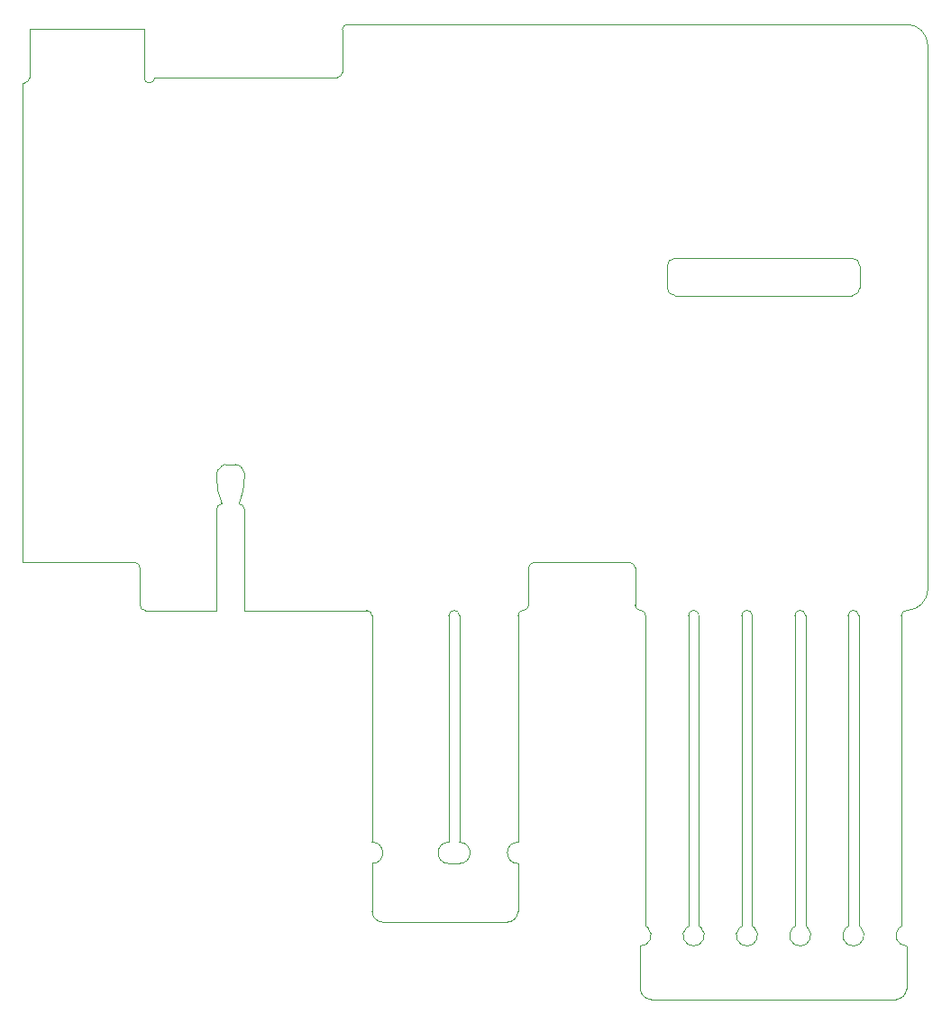
<source format=gm1>
%TF.GenerationSoftware,KiCad,Pcbnew,8.0.2*%
%TF.CreationDate,2024-05-28T21:16:19+01:00*%
%TF.ProjectId,RMC,524d432e-6b69-4636-9164-5f7063625858,rev?*%
%TF.SameCoordinates,Original*%
%TF.FileFunction,Profile,NP*%
%FSLAX46Y46*%
G04 Gerber Fmt 4.6, Leading zero omitted, Abs format (unit mm)*
G04 Created by KiCad (PCBNEW 8.0.2) date 2024-05-28 21:16:19*
%MOMM*%
%LPD*%
G01*
G04 APERTURE LIST*
%TA.AperFunction,Profile*%
%ADD10C,0.050000*%
%TD*%
G04 APERTURE END LIST*
D10*
X172500000Y-155500000D02*
G75*
G02*
X173500000Y-155500000I500000J0D01*
G01*
X147500000Y-154500000D02*
G75*
G02*
X147000000Y-155000000I-500000J0D01*
G01*
X140000000Y-157000000D02*
X140000000Y-155500000D01*
X157500000Y-151000000D02*
X157500000Y-154500000D01*
X167500000Y-155500000D02*
G75*
G02*
X168500000Y-155500000I500000J0D01*
G01*
X162500000Y-155500000D02*
G75*
G02*
X163500000Y-155500000I500000J0D01*
G01*
X168500000Y-155500000D02*
X168500000Y-159175000D01*
X111500000Y-155000000D02*
G75*
G02*
X111000000Y-154500000I0J500000D01*
G01*
X147500000Y-151000000D02*
G75*
G02*
X148000000Y-150500000I500000J0D01*
G01*
X157000000Y-150500000D02*
G75*
G02*
X157500000Y-151000000I0J-500000D01*
G01*
X130000000Y-100500000D02*
G75*
G02*
X130500000Y-100000000I500000J0D01*
G01*
X162500000Y-155500000D02*
X162500000Y-156975000D01*
X111000000Y-151000000D02*
X111000000Y-154500000D01*
X146500000Y-157000000D02*
X146500000Y-155500000D01*
X100114978Y-105500000D02*
X100000000Y-105500000D01*
X111500000Y-155000000D02*
X118200000Y-155000000D01*
X140000000Y-155500000D02*
G75*
G02*
X141000000Y-155500000I500000J0D01*
G01*
X147500000Y-151000000D02*
X147500000Y-154500000D01*
X185000000Y-102000000D02*
X185000000Y-153000000D01*
X158500000Y-155500000D02*
X158500000Y-156975000D01*
X117000000Y-105000000D02*
X112385022Y-105000000D01*
X172500000Y-155500000D02*
X172500000Y-159175000D01*
X158000000Y-155000000D02*
G75*
G02*
X158500000Y-155500000I0J-500000D01*
G01*
X183000000Y-100000000D02*
G75*
G02*
X185000000Y-102000000I0J-2000000D01*
G01*
X132300000Y-155000000D02*
G75*
G02*
X132800000Y-155500000I0J-500000D01*
G01*
X178500000Y-155500000D02*
X178500000Y-159175000D01*
X141000000Y-157000000D02*
X141000000Y-155500000D01*
X120500000Y-105000000D02*
X117000000Y-105000000D01*
X100614978Y-105000000D02*
G75*
G02*
X100114978Y-105499978I-499978J0D01*
G01*
X132300000Y-155000000D02*
X120800000Y-155000000D01*
X163500000Y-155500000D02*
X163500000Y-159175000D01*
X110500000Y-150500000D02*
G75*
G02*
X111000000Y-151000000I0J-500000D01*
G01*
X185000000Y-153000000D02*
G75*
G02*
X183000000Y-155000000I-2000000J0D01*
G01*
X100000000Y-150500000D02*
X100000000Y-105500000D01*
X173500000Y-155500000D02*
X173500000Y-159175000D01*
X177500000Y-155500000D02*
G75*
G02*
X178500000Y-155500000I500000J0D01*
G01*
X182000000Y-191500000D02*
X159000000Y-191500000D01*
X146500000Y-155500000D02*
G75*
G02*
X147000000Y-155000000I500000J0D01*
G01*
X182500000Y-155500000D02*
X182500000Y-159175000D01*
X112385022Y-105000000D02*
G75*
G02*
X111385022Y-105000000I-500000J0D01*
G01*
X130000000Y-104500000D02*
X130000000Y-100500000D01*
X132800000Y-157000000D02*
X132800000Y-155500000D01*
X158000000Y-155000000D02*
G75*
G02*
X157500000Y-154500000I0J500000D01*
G01*
X177500000Y-155500000D02*
X177500000Y-159175000D01*
X167500000Y-155500000D02*
X167500000Y-159175000D01*
X182500000Y-155500000D02*
G75*
G02*
X183000000Y-155000000I500000J0D01*
G01*
X101500000Y-150500000D02*
X100000000Y-150500000D01*
X130500000Y-100000000D02*
X183000000Y-100000000D01*
X130000000Y-104500000D02*
G75*
G02*
X129500000Y-105000000I-500000J0D01*
G01*
%TO.C,J8*%
X158000000Y-190500000D02*
X158000000Y-186500000D01*
X158500000Y-159300000D02*
X158500000Y-156975000D01*
X158500000Y-184575000D02*
X158500000Y-159300000D01*
X158707107Y-184792893D02*
X158500000Y-184575000D01*
X162500000Y-159300000D02*
X162500000Y-156975000D01*
X162500000Y-159300000D02*
X162500000Y-184575000D01*
X162500000Y-184575000D02*
X162292893Y-184792893D01*
X163500000Y-161500000D02*
X163500000Y-159175000D01*
X163500000Y-184575000D02*
X163500000Y-161500000D01*
X163707107Y-184792893D02*
X163500000Y-184575000D01*
X167500000Y-161500000D02*
X167500000Y-159175000D01*
X167500000Y-161500000D02*
X167500000Y-184575000D01*
X167500000Y-184575000D02*
X167292893Y-184792893D01*
X168500000Y-161500000D02*
X168500000Y-159175000D01*
X168500000Y-184575000D02*
X168500000Y-161500000D01*
X168707107Y-184792893D02*
X168500000Y-184575000D01*
X172500000Y-161500000D02*
X172500000Y-159175000D01*
X172500000Y-161500000D02*
X172500000Y-184575000D01*
X172500000Y-184575000D02*
X172292893Y-184792893D01*
X173500000Y-161500000D02*
X173500000Y-159175000D01*
X173500000Y-184575000D02*
X173500000Y-161500000D01*
X173707107Y-184792893D02*
X173500000Y-184575000D01*
X177500000Y-161500000D02*
X177500000Y-159175000D01*
X177500000Y-161500000D02*
X177500000Y-184575000D01*
X177500000Y-184575000D02*
X177292893Y-184792893D01*
X178500000Y-161500000D02*
X178500000Y-159175000D01*
X178500000Y-184575000D02*
X178500000Y-161500000D01*
X178707107Y-184792893D02*
X178500000Y-184575000D01*
X182500000Y-161500000D02*
X182500000Y-159175000D01*
X182500000Y-161500000D02*
X182500000Y-184575000D01*
X182500000Y-184575000D02*
X182292893Y-184792893D01*
X183000000Y-190500000D02*
X183000000Y-186500000D01*
X158707107Y-184792893D02*
G75*
G02*
X158000000Y-186500000I-707107J-707107D01*
G01*
X159000000Y-191500000D02*
G75*
G02*
X158000000Y-190500000I0J1000000D01*
G01*
X163000000Y-186500000D02*
G75*
G02*
X162292893Y-184792893I0J1000000D01*
G01*
X163707107Y-184792893D02*
G75*
G02*
X163000000Y-186500000I-707107J-707107D01*
G01*
X168000000Y-186500000D02*
G75*
G02*
X167292893Y-184792893I0J1000000D01*
G01*
X168707107Y-184792893D02*
G75*
G02*
X168000000Y-186500000I-707107J-707107D01*
G01*
X173000000Y-186500000D02*
G75*
G02*
X172292893Y-184792893I0J1000000D01*
G01*
X173707107Y-184792893D02*
G75*
G02*
X173000000Y-186500000I-707107J-707107D01*
G01*
X178000000Y-186500000D02*
G75*
G02*
X177292893Y-184792893I0J1000000D01*
G01*
X178707107Y-184792893D02*
G75*
G02*
X178000000Y-186500000I-707107J-707107D01*
G01*
X183000000Y-186500000D02*
G75*
G02*
X182292893Y-184792893I0J1000000D01*
G01*
X183000000Y-190500000D02*
G75*
G02*
X182000000Y-191500000I-999999J-1D01*
G01*
%TO.C,J6*%
X148000000Y-150500000D02*
X157000000Y-150500000D01*
%TO.C,J2*%
X129500000Y-105000000D02*
X120500000Y-105000000D01*
%TO.C,J5*%
X101500000Y-150500000D02*
X110500000Y-150500000D01*
%TO.C,J11*%
X118200000Y-142600000D02*
X118200000Y-142100000D01*
X118200000Y-145500000D02*
X118200000Y-155000000D01*
X118346447Y-141746447D02*
X118646447Y-141446447D01*
X120000000Y-141300000D02*
X119000000Y-141300000D01*
X120353553Y-141446447D02*
X120653553Y-141746447D01*
X120800000Y-142600000D02*
X120800000Y-142100000D01*
X120800000Y-145500000D02*
X120800000Y-155000000D01*
X118200000Y-142100000D02*
G75*
G02*
X118346447Y-141746447I499992J2D01*
G01*
X118200000Y-145500000D02*
G75*
G02*
X118700763Y-145000001I499999J1D01*
G01*
X118646447Y-141446447D02*
G75*
G02*
X119000000Y-141300000I353557J-353561D01*
G01*
X118700764Y-144999667D02*
G75*
G02*
X118200000Y-142600000I5499236J2399667D01*
G01*
X120000000Y-141300000D02*
G75*
G02*
X120353553Y-141446447I0J-500000D01*
G01*
X120299237Y-145000001D02*
G75*
G02*
X120800000Y-145500000I763J-499999D01*
G01*
X120653553Y-141746447D02*
G75*
G02*
X120799999Y-142100000I-353553J-353553D01*
G01*
X120800000Y-142600000D02*
G75*
G02*
X120299236Y-144999667I-5999996J0D01*
G01*
%TO.C,J4*%
X160500000Y-122700000D02*
X160500000Y-124700000D01*
X161250000Y-125450000D02*
X177875000Y-125450000D01*
X177875000Y-121950000D02*
X161250000Y-121950000D01*
X178625000Y-124700000D02*
X178625000Y-122700000D01*
X160500000Y-122700000D02*
G75*
G02*
X161250000Y-121950000I750000J0D01*
G01*
X161250000Y-125450000D02*
G75*
G02*
X160500000Y-124700000I0J750000D01*
G01*
X177875000Y-121950000D02*
G75*
G02*
X178625000Y-122700000I0J-750000D01*
G01*
X178625000Y-124700000D02*
G75*
G02*
X177875000Y-125450000I-750000J0D01*
G01*
%TO.C,J3*%
X100615022Y-100389500D02*
X100615022Y-105000000D01*
X100615022Y-100389500D02*
X111385022Y-100389500D01*
X111385022Y-100389500D02*
X111385022Y-105000000D01*
%TO.C,J9*%
X132800000Y-176750000D02*
X132800000Y-157000000D01*
X132800000Y-183250000D02*
X132800000Y-178750000D01*
X133800000Y-184250000D02*
X145500000Y-184250000D01*
X140000000Y-176750000D02*
X140000000Y-157000000D01*
X140000000Y-178750000D02*
X141000000Y-178750000D01*
X141000000Y-176750000D02*
X141000000Y-157000000D01*
X146500000Y-176750000D02*
X146500000Y-157000000D01*
X146500000Y-183250000D02*
X146500000Y-178750000D01*
X132800000Y-176750000D02*
G75*
G02*
X132800000Y-178750000I0J-1000000D01*
G01*
X133800000Y-184250000D02*
G75*
G02*
X132800000Y-183250000I0J1000000D01*
G01*
X140000000Y-178750000D02*
G75*
G02*
X140000000Y-176750000I0J1000000D01*
G01*
X141000000Y-176750000D02*
G75*
G02*
X141000000Y-178750000I0J-1000000D01*
G01*
X146500000Y-178750000D02*
G75*
G02*
X146500000Y-176750000I0J1000000D01*
G01*
X146500000Y-183250000D02*
G75*
G02*
X145500000Y-184250000I-1000000J0D01*
G01*
%TD*%
M02*

</source>
